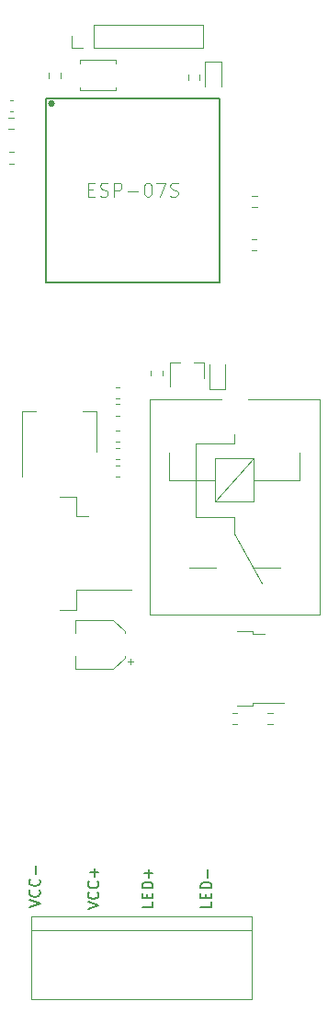
<source format=gbr>
%TF.GenerationSoftware,KiCad,Pcbnew,(5.1.8)-1*%
%TF.CreationDate,2022-05-15T10:40:37+08:00*%
%TF.ProjectId,smartkey-dc-pwm-60w,736d6172-746b-4657-992d-64632d70776d,rev?*%
%TF.SameCoordinates,Original*%
%TF.FileFunction,Legend,Top*%
%TF.FilePolarity,Positive*%
%FSLAX46Y46*%
G04 Gerber Fmt 4.6, Leading zero omitted, Abs format (unit mm)*
G04 Created by KiCad (PCBNEW (5.1.8)-1) date 2022-05-15 10:40:37*
%MOMM*%
%LPD*%
G01*
G04 APERTURE LIST*
%ADD10C,0.150000*%
%ADD11C,0.120000*%
%ADD12C,0.101600*%
G04 APERTURE END LIST*
D10*
X140452380Y-110861904D02*
X140452380Y-111338095D01*
X139452380Y-111338095D01*
X139928571Y-110528571D02*
X139928571Y-110195238D01*
X140452380Y-110052380D02*
X140452380Y-110528571D01*
X139452380Y-110528571D01*
X139452380Y-110052380D01*
X140452380Y-109623809D02*
X139452380Y-109623809D01*
X139452380Y-109385714D01*
X139500000Y-109242857D01*
X139595238Y-109147619D01*
X139690476Y-109100000D01*
X139880952Y-109052380D01*
X140023809Y-109052380D01*
X140214285Y-109100000D01*
X140309523Y-109147619D01*
X140404761Y-109242857D01*
X140452380Y-109385714D01*
X140452380Y-109623809D01*
X140071428Y-108623809D02*
X140071428Y-107861904D01*
X140452380Y-108242857D02*
X139690476Y-108242857D01*
X134452380Y-111552380D02*
X135452380Y-111219047D01*
X134452380Y-110885714D01*
X135357142Y-109980952D02*
X135404761Y-110028571D01*
X135452380Y-110171428D01*
X135452380Y-110266666D01*
X135404761Y-110409523D01*
X135309523Y-110504761D01*
X135214285Y-110552380D01*
X135023809Y-110600000D01*
X134880952Y-110600000D01*
X134690476Y-110552380D01*
X134595238Y-110504761D01*
X134500000Y-110409523D01*
X134452380Y-110266666D01*
X134452380Y-110171428D01*
X134500000Y-110028571D01*
X134547619Y-109980952D01*
X135357142Y-108980952D02*
X135404761Y-109028571D01*
X135452380Y-109171428D01*
X135452380Y-109266666D01*
X135404761Y-109409523D01*
X135309523Y-109504761D01*
X135214285Y-109552380D01*
X135023809Y-109600000D01*
X134880952Y-109600000D01*
X134690476Y-109552380D01*
X134595238Y-109504761D01*
X134500000Y-109409523D01*
X134452380Y-109266666D01*
X134452380Y-109171428D01*
X134500000Y-109028571D01*
X134547619Y-108980952D01*
X135071428Y-108552380D02*
X135071428Y-107790476D01*
X135452380Y-108171428D02*
X134690476Y-108171428D01*
X129052380Y-111352380D02*
X130052380Y-111019047D01*
X129052380Y-110685714D01*
X129957142Y-109780952D02*
X130004761Y-109828571D01*
X130052380Y-109971428D01*
X130052380Y-110066666D01*
X130004761Y-110209523D01*
X129909523Y-110304761D01*
X129814285Y-110352380D01*
X129623809Y-110400000D01*
X129480952Y-110400000D01*
X129290476Y-110352380D01*
X129195238Y-110304761D01*
X129100000Y-110209523D01*
X129052380Y-110066666D01*
X129052380Y-109971428D01*
X129100000Y-109828571D01*
X129147619Y-109780952D01*
X129957142Y-108780952D02*
X130004761Y-108828571D01*
X130052380Y-108971428D01*
X130052380Y-109066666D01*
X130004761Y-109209523D01*
X129909523Y-109304761D01*
X129814285Y-109352380D01*
X129623809Y-109400000D01*
X129480952Y-109400000D01*
X129290476Y-109352380D01*
X129195238Y-109304761D01*
X129100000Y-109209523D01*
X129052380Y-109066666D01*
X129052380Y-108971428D01*
X129100000Y-108828571D01*
X129147619Y-108780952D01*
X129671428Y-108352380D02*
X129671428Y-107590476D01*
X145852380Y-110861904D02*
X145852380Y-111338095D01*
X144852380Y-111338095D01*
X145328571Y-110528571D02*
X145328571Y-110195238D01*
X145852380Y-110052380D02*
X145852380Y-110528571D01*
X144852380Y-110528571D01*
X144852380Y-110052380D01*
X145852380Y-109623809D02*
X144852380Y-109623809D01*
X144852380Y-109385714D01*
X144900000Y-109242857D01*
X144995238Y-109147619D01*
X145090476Y-109100000D01*
X145280952Y-109052380D01*
X145423809Y-109052380D01*
X145614285Y-109100000D01*
X145709523Y-109147619D01*
X145804761Y-109242857D01*
X145852380Y-109385714D01*
X145852380Y-109623809D01*
X145471428Y-108623809D02*
X145471428Y-107861904D01*
D11*
%TO.C,R9*%
X149537742Y-49877500D02*
X150012258Y-49877500D01*
X149537742Y-50922500D02*
X150012258Y-50922500D01*
%TO.C,R7*%
X150987742Y-94522500D02*
X151462258Y-94522500D01*
X150987742Y-93477500D02*
X151462258Y-93477500D01*
%TO.C,R8*%
X148237258Y-93477500D02*
X147762742Y-93477500D01*
X148237258Y-94522500D02*
X147762742Y-94522500D01*
%TO.C,U3*%
X135210000Y-65690000D02*
X133950000Y-65690000D01*
X128390000Y-65690000D02*
X129650000Y-65690000D01*
X135210000Y-69450000D02*
X135210000Y-65690000D01*
X128390000Y-71700000D02*
X128390000Y-65690000D01*
%TO.C,U2*%
X131850000Y-84000000D02*
X133350000Y-84000000D01*
X133350000Y-84000000D02*
X133350000Y-82190000D01*
X133350000Y-82190000D02*
X138475000Y-82190000D01*
X131850000Y-73600000D02*
X133350000Y-73600000D01*
X133350000Y-73600000D02*
X133350000Y-75410000D01*
X133350000Y-75410000D02*
X134450000Y-75410000D01*
%TO.C,C7*%
X137059420Y-63490000D02*
X137340580Y-63490000D01*
X137059420Y-64510000D02*
X137340580Y-64510000D01*
%TO.C,C6*%
X137059420Y-65090000D02*
X137340580Y-65090000D01*
X137059420Y-66110000D02*
X137340580Y-66110000D01*
%TO.C,C5*%
X137059420Y-67490000D02*
X137340580Y-67490000D01*
X137059420Y-68510000D02*
X137340580Y-68510000D01*
%TO.C,C4*%
X137059420Y-69090000D02*
X137340580Y-69090000D01*
X137059420Y-70110000D02*
X137340580Y-70110000D01*
%TO.C,C3*%
X137059420Y-70690000D02*
X137340580Y-70690000D01*
X137059420Y-71710000D02*
X137340580Y-71710000D01*
%TO.C,C2*%
X133340000Y-84940000D02*
X133340000Y-86140000D01*
X133340000Y-89460000D02*
X133340000Y-88260000D01*
X136795563Y-89460000D02*
X133340000Y-89460000D01*
X136795563Y-84940000D02*
X133340000Y-84940000D01*
X137860000Y-86004437D02*
X137860000Y-86140000D01*
X137860000Y-88395563D02*
X137860000Y-88260000D01*
X137860000Y-88395563D02*
X136795563Y-89460000D01*
X137860000Y-86004437D02*
X136795563Y-84940000D01*
X138600000Y-88760000D02*
X138100000Y-88760000D01*
X138350000Y-89010000D02*
X138350000Y-88510000D01*
%TO.C,SW1*%
X137050000Y-33700000D02*
X137050000Y-33400000D01*
X137050000Y-33400000D02*
X133750000Y-33400000D01*
X133750000Y-33400000D02*
X133750000Y-33700000D01*
X137050000Y-35900000D02*
X137050000Y-36200000D01*
X137050000Y-36200000D02*
X133750000Y-36200000D01*
X133750000Y-36200000D02*
X133750000Y-35900000D01*
%TO.C,Q2*%
X149670000Y-86220000D02*
X150770000Y-86220000D01*
X149670000Y-85950000D02*
X149670000Y-86220000D01*
X148170000Y-85950000D02*
X149670000Y-85950000D01*
X149670000Y-92580000D02*
X152500000Y-92580000D01*
X149670000Y-92850000D02*
X149670000Y-92580000D01*
X148170000Y-92850000D02*
X149670000Y-92850000D01*
D10*
%TO.C,U1*%
X130600000Y-36900000D02*
X146600000Y-36900000D01*
X130600000Y-53900000D02*
X130600000Y-36900000D01*
X146600000Y-53900000D02*
X130600000Y-53900000D01*
X146600000Y-36900000D02*
X146600000Y-53900000D01*
X131200000Y-37400000D02*
G75*
G03*
X131200000Y-37400000I-100000J0D01*
G01*
X131323607Y-37400000D02*
G75*
G03*
X131323607Y-37400000I-223607J0D01*
G01*
X131100000Y-37400000D02*
G75*
G03*
X131100000Y-37400000I-100000J0D01*
G01*
D11*
%TO.C,R6*%
X144722500Y-35237258D02*
X144722500Y-34762742D01*
X143677500Y-35237258D02*
X143677500Y-34762742D01*
%TO.C,R5*%
X141322500Y-62437258D02*
X141322500Y-61962742D01*
X140277500Y-62437258D02*
X140277500Y-61962742D01*
%TO.C,R4*%
X130877500Y-34562742D02*
X130877500Y-35037258D01*
X131922500Y-34562742D02*
X131922500Y-35037258D01*
%TO.C,R3*%
X127162742Y-42922500D02*
X127637258Y-42922500D01*
X127162742Y-41877500D02*
X127637258Y-41877500D01*
%TO.C,R2*%
X150037258Y-45877500D02*
X149562742Y-45877500D01*
X150037258Y-46922500D02*
X149562742Y-46922500D01*
%TO.C,R1*%
X127137742Y-39722500D02*
X127612258Y-39722500D01*
X127137742Y-38677500D02*
X127612258Y-38677500D01*
%TO.C,Q1*%
X145180000Y-61240000D02*
X145180000Y-62700000D01*
X142020000Y-61240000D02*
X142020000Y-63400000D01*
X142020000Y-61240000D02*
X142950000Y-61240000D01*
X145180000Y-61240000D02*
X144250000Y-61240000D01*
%TO.C,K1*%
X146150000Y-74050000D02*
X146150000Y-70050000D01*
X149750000Y-74050000D02*
X146150000Y-74050000D01*
X149750000Y-70050000D02*
X149750000Y-74050000D01*
X146150000Y-70050000D02*
X149750000Y-70050000D01*
X146150000Y-74050000D02*
X149750000Y-70050000D01*
X146150000Y-72050000D02*
X141950000Y-72050000D01*
X153950000Y-72050000D02*
X149750000Y-72050000D01*
X147950000Y-68650000D02*
X144350000Y-68650000D01*
X147950000Y-75450000D02*
X144350000Y-75450000D01*
X144350000Y-75450000D02*
X144350000Y-68650000D01*
X147950000Y-76950000D02*
X150450000Y-81550000D01*
X147950000Y-75450000D02*
X147950000Y-76950000D01*
X153950000Y-72050000D02*
X153950000Y-69550000D01*
X147950000Y-68650000D02*
X147950000Y-67850000D01*
X141950000Y-69550000D02*
X141950000Y-72050000D01*
X152200000Y-80150000D02*
X149700000Y-80150000D01*
X143800000Y-80150000D02*
X146250000Y-80150000D01*
X140200000Y-84400000D02*
X140200000Y-64600000D01*
X155800000Y-84400000D02*
X140200000Y-84400000D01*
X155800000Y-64600000D02*
X155800000Y-84400000D01*
X155800000Y-64600000D02*
X149200000Y-64600000D01*
X146800000Y-64600000D02*
X140200000Y-64600000D01*
%TO.C,J4*%
X132940000Y-32260000D02*
X132940000Y-31200000D01*
X134000000Y-32260000D02*
X132940000Y-32260000D01*
X135000000Y-32260000D02*
X135000000Y-30140000D01*
X135000000Y-30140000D02*
X145060000Y-30140000D01*
X135000000Y-32260000D02*
X145060000Y-32260000D01*
X145060000Y-32260000D02*
X145060000Y-30140000D01*
%TO.C,J3*%
X149540000Y-112190000D02*
X129220000Y-112190000D01*
X149540000Y-119810000D02*
X129220000Y-119810000D01*
X129220000Y-113460000D02*
X149540000Y-113460000D01*
X129220000Y-112190000D02*
X129220000Y-119810000D01*
X149540000Y-119810000D02*
X149540000Y-112190000D01*
%TO.C,D4*%
X145265000Y-33515000D02*
X145265000Y-35800000D01*
X146735000Y-33515000D02*
X145265000Y-33515000D01*
X146735000Y-35800000D02*
X146735000Y-33515000D01*
%TO.C,D1*%
X147135000Y-63685000D02*
X147135000Y-61400000D01*
X145665000Y-63685000D02*
X147135000Y-63685000D01*
X145665000Y-61400000D02*
X145665000Y-63685000D01*
%TO.C,C1*%
X127540580Y-37090000D02*
X127259420Y-37090000D01*
X127540580Y-38110000D02*
X127259420Y-38110000D01*
%TO.C,U1*%
D12*
X134487619Y-45309285D02*
X134910952Y-45309285D01*
X135092380Y-45974523D02*
X134487619Y-45974523D01*
X134487619Y-44704523D01*
X135092380Y-44704523D01*
X135576190Y-45914047D02*
X135757619Y-45974523D01*
X136060000Y-45974523D01*
X136180952Y-45914047D01*
X136241428Y-45853571D01*
X136301904Y-45732619D01*
X136301904Y-45611666D01*
X136241428Y-45490714D01*
X136180952Y-45430238D01*
X136060000Y-45369761D01*
X135818095Y-45309285D01*
X135697142Y-45248809D01*
X135636666Y-45188333D01*
X135576190Y-45067380D01*
X135576190Y-44946428D01*
X135636666Y-44825476D01*
X135697142Y-44765000D01*
X135818095Y-44704523D01*
X136120476Y-44704523D01*
X136301904Y-44765000D01*
X136846190Y-45974523D02*
X136846190Y-44704523D01*
X137330000Y-44704523D01*
X137450952Y-44765000D01*
X137511428Y-44825476D01*
X137571904Y-44946428D01*
X137571904Y-45127857D01*
X137511428Y-45248809D01*
X137450952Y-45309285D01*
X137330000Y-45369761D01*
X136846190Y-45369761D01*
X138116190Y-45490714D02*
X139083809Y-45490714D01*
X139930476Y-44704523D02*
X140051428Y-44704523D01*
X140172380Y-44765000D01*
X140232857Y-44825476D01*
X140293333Y-44946428D01*
X140353809Y-45188333D01*
X140353809Y-45490714D01*
X140293333Y-45732619D01*
X140232857Y-45853571D01*
X140172380Y-45914047D01*
X140051428Y-45974523D01*
X139930476Y-45974523D01*
X139809523Y-45914047D01*
X139749047Y-45853571D01*
X139688571Y-45732619D01*
X139628095Y-45490714D01*
X139628095Y-45188333D01*
X139688571Y-44946428D01*
X139749047Y-44825476D01*
X139809523Y-44765000D01*
X139930476Y-44704523D01*
X140777142Y-44704523D02*
X141623809Y-44704523D01*
X141079523Y-45974523D01*
X142047142Y-45914047D02*
X142228571Y-45974523D01*
X142530952Y-45974523D01*
X142651904Y-45914047D01*
X142712380Y-45853571D01*
X142772857Y-45732619D01*
X142772857Y-45611666D01*
X142712380Y-45490714D01*
X142651904Y-45430238D01*
X142530952Y-45369761D01*
X142289047Y-45309285D01*
X142168095Y-45248809D01*
X142107619Y-45188333D01*
X142047142Y-45067380D01*
X142047142Y-44946428D01*
X142107619Y-44825476D01*
X142168095Y-44765000D01*
X142289047Y-44704523D01*
X142591428Y-44704523D01*
X142772857Y-44765000D01*
%TD*%
M02*

</source>
